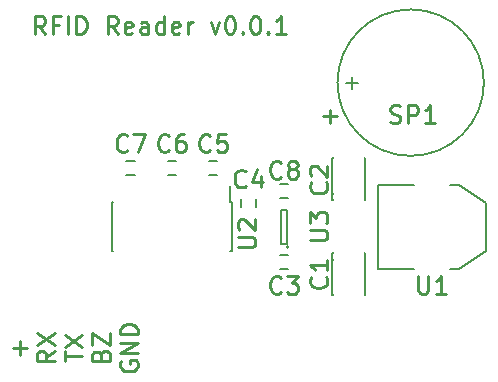
<source format=gto>
G04 #@! TF.FileFunction,Legend,Top*
%FSLAX46Y46*%
G04 Gerber Fmt 4.6, Leading zero omitted, Abs format (unit mm)*
G04 Created by KiCad (PCBNEW 4.0.2+dfsg1-stable) date Thu 06 Oct 2016 17:55:30 BST*
%MOMM*%
G01*
G04 APERTURE LIST*
%ADD10C,0.150000*%
%ADD11C,0.250000*%
%ADD12C,1.600200*%
%ADD13C,3.000000*%
%ADD14R,1.060000X0.650000*%
%ADD15C,2.400000*%
%ADD16R,2.032000X3.657600*%
%ADD17R,2.032000X1.016000*%
%ADD18R,2.032000X1.727200*%
%ADD19O,2.032000X1.727200*%
%ADD20R,0.800000X0.750000*%
%ADD21R,0.750000X0.800000*%
%ADD22R,0.600000X1.500000*%
%ADD23R,2.499360X1.950720*%
G04 APERTURE END LIST*
D10*
D11*
X132157143Y-126821428D02*
X132157143Y-125678571D01*
X132728571Y-126250000D02*
X131585714Y-126250000D01*
X135078571Y-126499999D02*
X134364286Y-126999999D01*
X135078571Y-127357142D02*
X133578571Y-127357142D01*
X133578571Y-126785714D01*
X133650000Y-126642856D01*
X133721429Y-126571428D01*
X133864286Y-126499999D01*
X134078571Y-126499999D01*
X134221429Y-126571428D01*
X134292857Y-126642856D01*
X134364286Y-126785714D01*
X134364286Y-127357142D01*
X133578571Y-125999999D02*
X135078571Y-124999999D01*
X133578571Y-124999999D02*
X135078571Y-125999999D01*
X135928571Y-127392857D02*
X135928571Y-126535714D01*
X137428571Y-126964285D02*
X135928571Y-126964285D01*
X135928571Y-126178571D02*
X137428571Y-125178571D01*
X135928571Y-125178571D02*
X137428571Y-126178571D01*
X138992857Y-126857142D02*
X139064286Y-126642856D01*
X139135714Y-126571428D01*
X139278571Y-126499999D01*
X139492857Y-126499999D01*
X139635714Y-126571428D01*
X139707143Y-126642856D01*
X139778571Y-126785714D01*
X139778571Y-127357142D01*
X138278571Y-127357142D01*
X138278571Y-126857142D01*
X138350000Y-126714285D01*
X138421429Y-126642856D01*
X138564286Y-126571428D01*
X138707143Y-126571428D01*
X138850000Y-126642856D01*
X138921429Y-126714285D01*
X138992857Y-126857142D01*
X138992857Y-127357142D01*
X138278571Y-125999999D02*
X138278571Y-124999999D01*
X139778571Y-125999999D01*
X139778571Y-124999999D01*
X140700000Y-127392857D02*
X140628571Y-127535714D01*
X140628571Y-127750000D01*
X140700000Y-127964285D01*
X140842857Y-128107143D01*
X140985714Y-128178571D01*
X141271429Y-128250000D01*
X141485714Y-128250000D01*
X141771429Y-128178571D01*
X141914286Y-128107143D01*
X142057143Y-127964285D01*
X142128571Y-127750000D01*
X142128571Y-127607143D01*
X142057143Y-127392857D01*
X141985714Y-127321428D01*
X141485714Y-127321428D01*
X141485714Y-127607143D01*
X142128571Y-126678571D02*
X140628571Y-126678571D01*
X142128571Y-125821428D01*
X140628571Y-125821428D01*
X142128571Y-125107142D02*
X140628571Y-125107142D01*
X140628571Y-124749999D01*
X140700000Y-124535714D01*
X140842857Y-124392856D01*
X140985714Y-124321428D01*
X141271429Y-124249999D01*
X141485714Y-124249999D01*
X141771429Y-124321428D01*
X141914286Y-124392856D01*
X142057143Y-124535714D01*
X142128571Y-124749999D01*
X142128571Y-125107142D01*
X134285716Y-99678571D02*
X133785716Y-98964286D01*
X133428573Y-99678571D02*
X133428573Y-98178571D01*
X134000001Y-98178571D01*
X134142859Y-98250000D01*
X134214287Y-98321429D01*
X134285716Y-98464286D01*
X134285716Y-98678571D01*
X134214287Y-98821429D01*
X134142859Y-98892857D01*
X134000001Y-98964286D01*
X133428573Y-98964286D01*
X135428573Y-98892857D02*
X134928573Y-98892857D01*
X134928573Y-99678571D02*
X134928573Y-98178571D01*
X135642859Y-98178571D01*
X136214287Y-99678571D02*
X136214287Y-98178571D01*
X136928573Y-99678571D02*
X136928573Y-98178571D01*
X137285716Y-98178571D01*
X137500001Y-98250000D01*
X137642859Y-98392857D01*
X137714287Y-98535714D01*
X137785716Y-98821429D01*
X137785716Y-99035714D01*
X137714287Y-99321429D01*
X137642859Y-99464286D01*
X137500001Y-99607143D01*
X137285716Y-99678571D01*
X136928573Y-99678571D01*
X140428573Y-99678571D02*
X139928573Y-98964286D01*
X139571430Y-99678571D02*
X139571430Y-98178571D01*
X140142858Y-98178571D01*
X140285716Y-98250000D01*
X140357144Y-98321429D01*
X140428573Y-98464286D01*
X140428573Y-98678571D01*
X140357144Y-98821429D01*
X140285716Y-98892857D01*
X140142858Y-98964286D01*
X139571430Y-98964286D01*
X141642858Y-99607143D02*
X141500001Y-99678571D01*
X141214287Y-99678571D01*
X141071430Y-99607143D01*
X141000001Y-99464286D01*
X141000001Y-98892857D01*
X141071430Y-98750000D01*
X141214287Y-98678571D01*
X141500001Y-98678571D01*
X141642858Y-98750000D01*
X141714287Y-98892857D01*
X141714287Y-99035714D01*
X141000001Y-99178571D01*
X143000001Y-99678571D02*
X143000001Y-98892857D01*
X142928572Y-98750000D01*
X142785715Y-98678571D01*
X142500001Y-98678571D01*
X142357144Y-98750000D01*
X143000001Y-99607143D02*
X142857144Y-99678571D01*
X142500001Y-99678571D01*
X142357144Y-99607143D01*
X142285715Y-99464286D01*
X142285715Y-99321429D01*
X142357144Y-99178571D01*
X142500001Y-99107143D01*
X142857144Y-99107143D01*
X143000001Y-99035714D01*
X144357144Y-99678571D02*
X144357144Y-98178571D01*
X144357144Y-99607143D02*
X144214287Y-99678571D01*
X143928573Y-99678571D01*
X143785715Y-99607143D01*
X143714287Y-99535714D01*
X143642858Y-99392857D01*
X143642858Y-98964286D01*
X143714287Y-98821429D01*
X143785715Y-98750000D01*
X143928573Y-98678571D01*
X144214287Y-98678571D01*
X144357144Y-98750000D01*
X145642858Y-99607143D02*
X145500001Y-99678571D01*
X145214287Y-99678571D01*
X145071430Y-99607143D01*
X145000001Y-99464286D01*
X145000001Y-98892857D01*
X145071430Y-98750000D01*
X145214287Y-98678571D01*
X145500001Y-98678571D01*
X145642858Y-98750000D01*
X145714287Y-98892857D01*
X145714287Y-99035714D01*
X145000001Y-99178571D01*
X146357144Y-99678571D02*
X146357144Y-98678571D01*
X146357144Y-98964286D02*
X146428572Y-98821429D01*
X146500001Y-98750000D01*
X146642858Y-98678571D01*
X146785715Y-98678571D01*
X148285715Y-98678571D02*
X148642858Y-99678571D01*
X149000000Y-98678571D01*
X149857143Y-98178571D02*
X150000000Y-98178571D01*
X150142857Y-98250000D01*
X150214286Y-98321429D01*
X150285715Y-98464286D01*
X150357143Y-98750000D01*
X150357143Y-99107143D01*
X150285715Y-99392857D01*
X150214286Y-99535714D01*
X150142857Y-99607143D01*
X150000000Y-99678571D01*
X149857143Y-99678571D01*
X149714286Y-99607143D01*
X149642857Y-99535714D01*
X149571429Y-99392857D01*
X149500000Y-99107143D01*
X149500000Y-98750000D01*
X149571429Y-98464286D01*
X149642857Y-98321429D01*
X149714286Y-98250000D01*
X149857143Y-98178571D01*
X151000000Y-99535714D02*
X151071428Y-99607143D01*
X151000000Y-99678571D01*
X150928571Y-99607143D01*
X151000000Y-99535714D01*
X151000000Y-99678571D01*
X152000000Y-98178571D02*
X152142857Y-98178571D01*
X152285714Y-98250000D01*
X152357143Y-98321429D01*
X152428572Y-98464286D01*
X152500000Y-98750000D01*
X152500000Y-99107143D01*
X152428572Y-99392857D01*
X152357143Y-99535714D01*
X152285714Y-99607143D01*
X152142857Y-99678571D01*
X152000000Y-99678571D01*
X151857143Y-99607143D01*
X151785714Y-99535714D01*
X151714286Y-99392857D01*
X151642857Y-99107143D01*
X151642857Y-98750000D01*
X151714286Y-98464286D01*
X151785714Y-98321429D01*
X151857143Y-98250000D01*
X152000000Y-98178571D01*
X153142857Y-99535714D02*
X153214285Y-99607143D01*
X153142857Y-99678571D01*
X153071428Y-99607143D01*
X153142857Y-99535714D01*
X153142857Y-99678571D01*
X154642857Y-99678571D02*
X153785714Y-99678571D01*
X154214286Y-99678571D02*
X154214286Y-98178571D01*
X154071429Y-98392857D01*
X153928571Y-98535714D01*
X153785714Y-98607143D01*
D10*
X160223740Y-104300380D02*
X160223740Y-103299620D01*
X160724120Y-103800000D02*
X159725900Y-103800000D01*
X171425140Y-103800000D02*
G75*
G03X171425140Y-103800000I-6200140J0D01*
G01*
X154900000Y-117700000D02*
G75*
G03X154900000Y-117700000I-100000J0D01*
G01*
X154250000Y-117450000D02*
X154750000Y-117450000D01*
X154250000Y-114550000D02*
X154250000Y-117450000D01*
X154750000Y-114550000D02*
X154250000Y-114550000D01*
X154750000Y-117450000D02*
X154750000Y-114550000D01*
X165476000Y-112444000D02*
X162428000Y-112444000D01*
X162428000Y-112444000D02*
X162428000Y-119556000D01*
X162428000Y-119556000D02*
X165476000Y-119556000D01*
X168524000Y-112444000D02*
X169286000Y-112444000D01*
X169286000Y-112444000D02*
X171572000Y-113968000D01*
X171572000Y-113968000D02*
X171572000Y-118032000D01*
X171572000Y-118032000D02*
X169286000Y-119556000D01*
X169286000Y-119556000D02*
X168524000Y-119556000D01*
X154850000Y-119600000D02*
X154150000Y-119600000D01*
X154150000Y-118400000D02*
X154850000Y-118400000D01*
X152100000Y-113650000D02*
X152100000Y-114350000D01*
X150900000Y-114350000D02*
X150900000Y-113650000D01*
X148850000Y-111600000D02*
X148150000Y-111600000D01*
X148150000Y-110400000D02*
X148850000Y-110400000D01*
X145350000Y-111600000D02*
X144650000Y-111600000D01*
X144650000Y-110400000D02*
X145350000Y-110400000D01*
X141150000Y-110400000D02*
X141850000Y-110400000D01*
X141850000Y-111600000D02*
X141150000Y-111600000D01*
X150075000Y-113925000D02*
X149970000Y-113925000D01*
X150075000Y-118075000D02*
X149970000Y-118075000D01*
X139925000Y-118075000D02*
X140030000Y-118075000D01*
X139925000Y-113925000D02*
X140030000Y-113925000D01*
X150075000Y-113925000D02*
X150075000Y-118075000D01*
X139925000Y-113925000D02*
X139925000Y-118075000D01*
X149970000Y-113925000D02*
X149970000Y-112550000D01*
X158603000Y-118793500D02*
X161397000Y-118793500D01*
X158603000Y-118222000D02*
X158603000Y-121778000D01*
X158603000Y-121778000D02*
X161397000Y-121778000D01*
X161397000Y-121778000D02*
X161397000Y-118222000D01*
X161397000Y-118222000D02*
X158603000Y-118222000D01*
X161397000Y-113206500D02*
X158603000Y-113206500D01*
X161397000Y-113778000D02*
X161397000Y-110222000D01*
X161397000Y-110222000D02*
X158603000Y-110222000D01*
X158603000Y-110222000D02*
X158603000Y-113778000D01*
X158603000Y-113778000D02*
X161397000Y-113778000D01*
X154850000Y-113600000D02*
X154150000Y-113600000D01*
X154150000Y-112400000D02*
X154850000Y-112400000D01*
D11*
X163507143Y-107157143D02*
X163721429Y-107228571D01*
X164078572Y-107228571D01*
X164221429Y-107157143D01*
X164292858Y-107085714D01*
X164364286Y-106942857D01*
X164364286Y-106800000D01*
X164292858Y-106657143D01*
X164221429Y-106585714D01*
X164078572Y-106514286D01*
X163792858Y-106442857D01*
X163650000Y-106371429D01*
X163578572Y-106300000D01*
X163507143Y-106157143D01*
X163507143Y-106014286D01*
X163578572Y-105871429D01*
X163650000Y-105800000D01*
X163792858Y-105728571D01*
X164150000Y-105728571D01*
X164364286Y-105800000D01*
X165007143Y-107228571D02*
X165007143Y-105728571D01*
X165578571Y-105728571D01*
X165721429Y-105800000D01*
X165792857Y-105871429D01*
X165864286Y-106014286D01*
X165864286Y-106228571D01*
X165792857Y-106371429D01*
X165721429Y-106442857D01*
X165578571Y-106514286D01*
X165007143Y-106514286D01*
X167292857Y-107228571D02*
X166435714Y-107228571D01*
X166864286Y-107228571D02*
X166864286Y-105728571D01*
X166721429Y-105942857D01*
X166578571Y-106085714D01*
X166435714Y-106157143D01*
X157828572Y-106657143D02*
X158971429Y-106657143D01*
X158400000Y-107228571D02*
X158400000Y-106085714D01*
X156678571Y-117142857D02*
X157892857Y-117142857D01*
X158035714Y-117071429D01*
X158107143Y-117000000D01*
X158178571Y-116857143D01*
X158178571Y-116571429D01*
X158107143Y-116428571D01*
X158035714Y-116357143D01*
X157892857Y-116285714D01*
X156678571Y-116285714D01*
X156678571Y-115714285D02*
X156678571Y-114785714D01*
X157250000Y-115285714D01*
X157250000Y-115071428D01*
X157321429Y-114928571D01*
X157392857Y-114857142D01*
X157535714Y-114785714D01*
X157892857Y-114785714D01*
X158035714Y-114857142D01*
X158107143Y-114928571D01*
X158178571Y-115071428D01*
X158178571Y-115500000D01*
X158107143Y-115642857D01*
X158035714Y-115714285D01*
X165857143Y-120178571D02*
X165857143Y-121392857D01*
X165928571Y-121535714D01*
X166000000Y-121607143D01*
X166142857Y-121678571D01*
X166428571Y-121678571D01*
X166571429Y-121607143D01*
X166642857Y-121535714D01*
X166714286Y-121392857D01*
X166714286Y-120178571D01*
X168214286Y-121678571D02*
X167357143Y-121678571D01*
X167785715Y-121678571D02*
X167785715Y-120178571D01*
X167642858Y-120392857D01*
X167500000Y-120535714D01*
X167357143Y-120607143D01*
X154250001Y-121535714D02*
X154178572Y-121607143D01*
X153964286Y-121678571D01*
X153821429Y-121678571D01*
X153607144Y-121607143D01*
X153464286Y-121464286D01*
X153392858Y-121321429D01*
X153321429Y-121035714D01*
X153321429Y-120821429D01*
X153392858Y-120535714D01*
X153464286Y-120392857D01*
X153607144Y-120250000D01*
X153821429Y-120178571D01*
X153964286Y-120178571D01*
X154178572Y-120250000D01*
X154250001Y-120321429D01*
X154750001Y-120178571D02*
X155678572Y-120178571D01*
X155178572Y-120750000D01*
X155392858Y-120750000D01*
X155535715Y-120821429D01*
X155607144Y-120892857D01*
X155678572Y-121035714D01*
X155678572Y-121392857D01*
X155607144Y-121535714D01*
X155535715Y-121607143D01*
X155392858Y-121678571D01*
X154964286Y-121678571D01*
X154821429Y-121607143D01*
X154750001Y-121535714D01*
X151250001Y-112535714D02*
X151178572Y-112607143D01*
X150964286Y-112678571D01*
X150821429Y-112678571D01*
X150607144Y-112607143D01*
X150464286Y-112464286D01*
X150392858Y-112321429D01*
X150321429Y-112035714D01*
X150321429Y-111821429D01*
X150392858Y-111535714D01*
X150464286Y-111392857D01*
X150607144Y-111250000D01*
X150821429Y-111178571D01*
X150964286Y-111178571D01*
X151178572Y-111250000D01*
X151250001Y-111321429D01*
X152535715Y-111678571D02*
X152535715Y-112678571D01*
X152178572Y-111107143D02*
X151821429Y-112178571D01*
X152750001Y-112178571D01*
X148250001Y-109535714D02*
X148178572Y-109607143D01*
X147964286Y-109678571D01*
X147821429Y-109678571D01*
X147607144Y-109607143D01*
X147464286Y-109464286D01*
X147392858Y-109321429D01*
X147321429Y-109035714D01*
X147321429Y-108821429D01*
X147392858Y-108535714D01*
X147464286Y-108392857D01*
X147607144Y-108250000D01*
X147821429Y-108178571D01*
X147964286Y-108178571D01*
X148178572Y-108250000D01*
X148250001Y-108321429D01*
X149607144Y-108178571D02*
X148892858Y-108178571D01*
X148821429Y-108892857D01*
X148892858Y-108821429D01*
X149035715Y-108750000D01*
X149392858Y-108750000D01*
X149535715Y-108821429D01*
X149607144Y-108892857D01*
X149678572Y-109035714D01*
X149678572Y-109392857D01*
X149607144Y-109535714D01*
X149535715Y-109607143D01*
X149392858Y-109678571D01*
X149035715Y-109678571D01*
X148892858Y-109607143D01*
X148821429Y-109535714D01*
X144750001Y-109535714D02*
X144678572Y-109607143D01*
X144464286Y-109678571D01*
X144321429Y-109678571D01*
X144107144Y-109607143D01*
X143964286Y-109464286D01*
X143892858Y-109321429D01*
X143821429Y-109035714D01*
X143821429Y-108821429D01*
X143892858Y-108535714D01*
X143964286Y-108392857D01*
X144107144Y-108250000D01*
X144321429Y-108178571D01*
X144464286Y-108178571D01*
X144678572Y-108250000D01*
X144750001Y-108321429D01*
X146035715Y-108178571D02*
X145750001Y-108178571D01*
X145607144Y-108250000D01*
X145535715Y-108321429D01*
X145392858Y-108535714D01*
X145321429Y-108821429D01*
X145321429Y-109392857D01*
X145392858Y-109535714D01*
X145464286Y-109607143D01*
X145607144Y-109678571D01*
X145892858Y-109678571D01*
X146035715Y-109607143D01*
X146107144Y-109535714D01*
X146178572Y-109392857D01*
X146178572Y-109035714D01*
X146107144Y-108892857D01*
X146035715Y-108821429D01*
X145892858Y-108750000D01*
X145607144Y-108750000D01*
X145464286Y-108821429D01*
X145392858Y-108892857D01*
X145321429Y-109035714D01*
X141250001Y-109535714D02*
X141178572Y-109607143D01*
X140964286Y-109678571D01*
X140821429Y-109678571D01*
X140607144Y-109607143D01*
X140464286Y-109464286D01*
X140392858Y-109321429D01*
X140321429Y-109035714D01*
X140321429Y-108821429D01*
X140392858Y-108535714D01*
X140464286Y-108392857D01*
X140607144Y-108250000D01*
X140821429Y-108178571D01*
X140964286Y-108178571D01*
X141178572Y-108250000D01*
X141250001Y-108321429D01*
X141750001Y-108178571D02*
X142750001Y-108178571D01*
X142107144Y-109678571D01*
X150578571Y-117742857D02*
X151792857Y-117742857D01*
X151935714Y-117671429D01*
X152007143Y-117600000D01*
X152078571Y-117457143D01*
X152078571Y-117171429D01*
X152007143Y-117028571D01*
X151935714Y-116957143D01*
X151792857Y-116885714D01*
X150578571Y-116885714D01*
X150721429Y-116242857D02*
X150650000Y-116171428D01*
X150578571Y-116028571D01*
X150578571Y-115671428D01*
X150650000Y-115528571D01*
X150721429Y-115457142D01*
X150864286Y-115385714D01*
X151007143Y-115385714D01*
X151221429Y-115457142D01*
X152078571Y-116314285D01*
X152078571Y-115385714D01*
X158035714Y-120249999D02*
X158107143Y-120321428D01*
X158178571Y-120535714D01*
X158178571Y-120678571D01*
X158107143Y-120892856D01*
X157964286Y-121035714D01*
X157821429Y-121107142D01*
X157535714Y-121178571D01*
X157321429Y-121178571D01*
X157035714Y-121107142D01*
X156892857Y-121035714D01*
X156750000Y-120892856D01*
X156678571Y-120678571D01*
X156678571Y-120535714D01*
X156750000Y-120321428D01*
X156821429Y-120249999D01*
X158178571Y-118821428D02*
X158178571Y-119678571D01*
X158178571Y-119249999D02*
X156678571Y-119249999D01*
X156892857Y-119392856D01*
X157035714Y-119535714D01*
X157107143Y-119678571D01*
X158035714Y-112249999D02*
X158107143Y-112321428D01*
X158178571Y-112535714D01*
X158178571Y-112678571D01*
X158107143Y-112892856D01*
X157964286Y-113035714D01*
X157821429Y-113107142D01*
X157535714Y-113178571D01*
X157321429Y-113178571D01*
X157035714Y-113107142D01*
X156892857Y-113035714D01*
X156750000Y-112892856D01*
X156678571Y-112678571D01*
X156678571Y-112535714D01*
X156750000Y-112321428D01*
X156821429Y-112249999D01*
X156821429Y-111678571D02*
X156750000Y-111607142D01*
X156678571Y-111464285D01*
X156678571Y-111107142D01*
X156750000Y-110964285D01*
X156821429Y-110892856D01*
X156964286Y-110821428D01*
X157107143Y-110821428D01*
X157321429Y-110892856D01*
X158178571Y-111749999D01*
X158178571Y-110821428D01*
X154250001Y-111785714D02*
X154178572Y-111857143D01*
X153964286Y-111928571D01*
X153821429Y-111928571D01*
X153607144Y-111857143D01*
X153464286Y-111714286D01*
X153392858Y-111571429D01*
X153321429Y-111285714D01*
X153321429Y-111071429D01*
X153392858Y-110785714D01*
X153464286Y-110642857D01*
X153607144Y-110500000D01*
X153821429Y-110428571D01*
X153964286Y-110428571D01*
X154178572Y-110500000D01*
X154250001Y-110571429D01*
X155107144Y-111071429D02*
X154964286Y-111000000D01*
X154892858Y-110928571D01*
X154821429Y-110785714D01*
X154821429Y-110714286D01*
X154892858Y-110571429D01*
X154964286Y-110500000D01*
X155107144Y-110428571D01*
X155392858Y-110428571D01*
X155535715Y-110500000D01*
X155607144Y-110571429D01*
X155678572Y-110714286D01*
X155678572Y-110785714D01*
X155607144Y-110928571D01*
X155535715Y-111000000D01*
X155392858Y-111071429D01*
X155107144Y-111071429D01*
X154964286Y-111142857D01*
X154892858Y-111214286D01*
X154821429Y-111357143D01*
X154821429Y-111642857D01*
X154892858Y-111785714D01*
X154964286Y-111857143D01*
X155107144Y-111928571D01*
X155392858Y-111928571D01*
X155535715Y-111857143D01*
X155607144Y-111785714D01*
X155678572Y-111642857D01*
X155678572Y-111357143D01*
X155607144Y-111214286D01*
X155535715Y-111142857D01*
X155392858Y-111071429D01*
%LPC*%
D12*
X168400000Y-103800000D03*
X162050000Y-103800000D03*
D13*
X165225000Y-103800000D03*
X166000000Y-128500000D03*
X138000000Y-103500000D03*
D14*
X155600000Y-116950000D03*
X155600000Y-116000000D03*
X155600000Y-115050000D03*
X153400000Y-115050000D03*
X153400000Y-116950000D03*
D15*
X145000000Y-126000000D03*
X159000000Y-126000000D03*
X148500000Y-126000000D03*
X155500000Y-126000000D03*
X152000000Y-126000000D03*
D16*
X170302000Y-116000000D03*
D17*
X163698000Y-116000000D03*
X163698000Y-118286000D03*
X163698000Y-113714000D03*
D18*
X137000000Y-112190000D03*
D19*
X137000000Y-114730000D03*
X137000000Y-117270000D03*
X137000000Y-119810000D03*
D20*
X155250000Y-119000000D03*
X153750000Y-119000000D03*
D21*
X151500000Y-113250000D03*
X151500000Y-114750000D03*
D20*
X149250000Y-111000000D03*
X147750000Y-111000000D03*
X145750000Y-111000000D03*
X144250000Y-111000000D03*
X140750000Y-111000000D03*
X142250000Y-111000000D03*
D22*
X149445000Y-113300000D03*
X148175000Y-113300000D03*
X146905000Y-113300000D03*
X145635000Y-113300000D03*
X144365000Y-113300000D03*
X143095000Y-113300000D03*
X141825000Y-113300000D03*
X140555000Y-113300000D03*
X140555000Y-118700000D03*
X141825000Y-118700000D03*
X143095000Y-118700000D03*
X144365000Y-118700000D03*
X145635000Y-118700000D03*
X146905000Y-118700000D03*
X148175000Y-118700000D03*
X149445000Y-118700000D03*
D23*
X160000000Y-118476000D03*
X160000000Y-121524000D03*
X160000000Y-113524000D03*
X160000000Y-110476000D03*
D20*
X155250000Y-113000000D03*
X153750000Y-113000000D03*
M02*

</source>
